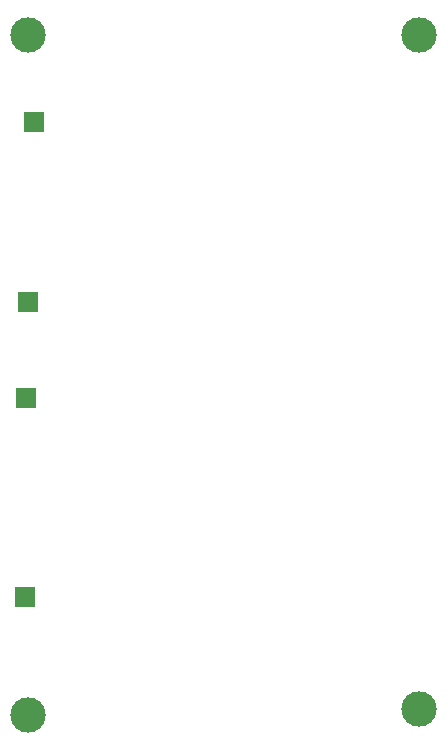
<source format=gbr>
%TF.GenerationSoftware,KiCad,Pcbnew,7.0.8*%
%TF.CreationDate,2023-11-19T04:52:15+05:30*%
%TF.ProjectId,NB679-DKA-BuckConverter,4e423637-392d-4444-9b41-2d4275636b43,rev?*%
%TF.SameCoordinates,Original*%
%TF.FileFunction,Soldermask,Bot*%
%TF.FilePolarity,Negative*%
%FSLAX46Y46*%
G04 Gerber Fmt 4.6, Leading zero omitted, Abs format (unit mm)*
G04 Created by KiCad (PCBNEW 7.0.8) date 2023-11-19 04:52:15*
%MOMM*%
%LPD*%
G01*
G04 APERTURE LIST*
%ADD10C,3.000000*%
%ADD11R,1.700000X1.700000*%
G04 APERTURE END LIST*
D10*
%TO.C,REF\u002A\u002A*%
X130500000Y-115800000D03*
%TD*%
%TO.C,REF\u002A\u002A*%
X97400000Y-116300000D03*
%TD*%
%TO.C,REF\u002A\u002A*%
X97400000Y-58700000D03*
%TD*%
%TO.C,REF\u002A\u002A*%
X130500000Y-58700000D03*
%TD*%
D11*
%TO.C,Vin1*%
X97900000Y-66100000D03*
%TD*%
%TO.C,GND1*%
X97400000Y-81300000D03*
%TD*%
%TO.C,Vout1*%
X97100000Y-106300000D03*
%TD*%
%TO.C,GND2*%
X97200000Y-89400000D03*
%TD*%
M02*

</source>
